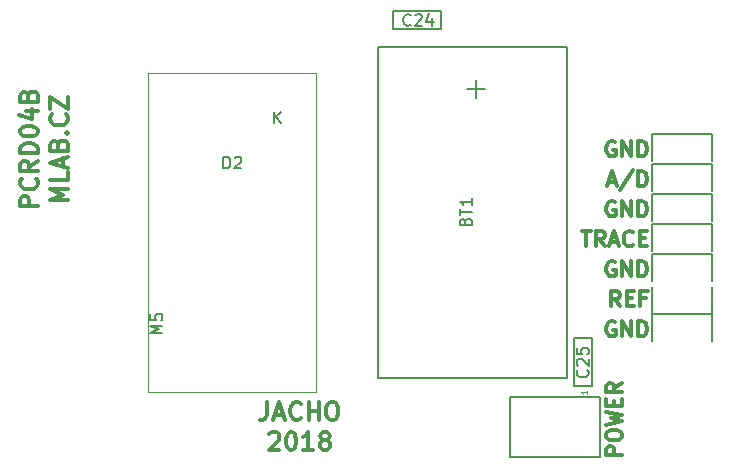
<source format=gbr>
%TF.GenerationSoftware,KiCad,Pcbnew,6.0.11+dfsg-1~bpo11+1*%
%TF.CreationDate,2023-05-25T08:41:55+00:00*%
%TF.ProjectId,PCRD04B,50435244-3034-4422-9e6b-696361645f70,REV*%
%TF.SameCoordinates,Original*%
%TF.FileFunction,Legend,Top*%
%TF.FilePolarity,Positive*%
%FSLAX46Y46*%
G04 Gerber Fmt 4.6, Leading zero omitted, Abs format (unit mm)*
G04 Created by KiCad (PCBNEW 6.0.11+dfsg-1~bpo11+1) date 2023-05-25 08:41:55*
%MOMM*%
%LPD*%
G01*
G04 APERTURE LIST*
%ADD10C,0.300000*%
%ADD11C,0.150000*%
%ADD12C,0.050000*%
%ADD13C,0.100000*%
G04 APERTURE END LIST*
D10*
X161524417Y-112499519D02*
X160224417Y-112499519D01*
X160224417Y-112004281D01*
X160286322Y-111880472D01*
X160348226Y-111818567D01*
X160472036Y-111756662D01*
X160657750Y-111756662D01*
X160781560Y-111818567D01*
X160843464Y-111880472D01*
X160905369Y-112004281D01*
X160905369Y-112499519D01*
X160224417Y-110951900D02*
X160224417Y-110704281D01*
X160286322Y-110580472D01*
X160410131Y-110456662D01*
X160657750Y-110394758D01*
X161091083Y-110394758D01*
X161338702Y-110456662D01*
X161462512Y-110580472D01*
X161524417Y-110704281D01*
X161524417Y-110951900D01*
X161462512Y-111075710D01*
X161338702Y-111199519D01*
X161091083Y-111261424D01*
X160657750Y-111261424D01*
X160410131Y-111199519D01*
X160286322Y-111075710D01*
X160224417Y-110951900D01*
X160224417Y-109961424D02*
X161524417Y-109651900D01*
X160595845Y-109404281D01*
X161524417Y-109156662D01*
X160224417Y-108847139D01*
X160843464Y-108351900D02*
X160843464Y-107918567D01*
X161524417Y-107732853D02*
X161524417Y-108351900D01*
X160224417Y-108351900D01*
X160224417Y-107732853D01*
X161524417Y-106432853D02*
X160905369Y-106866186D01*
X161524417Y-107175710D02*
X160224417Y-107175710D01*
X160224417Y-106680472D01*
X160286322Y-106556662D01*
X160348226Y-106494758D01*
X160472036Y-106432853D01*
X160657750Y-106432853D01*
X160781560Y-106494758D01*
X160843464Y-106556662D01*
X160905369Y-106680472D01*
X160905369Y-107175710D01*
X158159179Y-93545234D02*
X158902036Y-93545234D01*
X158530607Y-94845234D02*
X158530607Y-93545234D01*
X160078226Y-94845234D02*
X159644893Y-94226186D01*
X159335369Y-94845234D02*
X159335369Y-93545234D01*
X159830607Y-93545234D01*
X159954417Y-93607139D01*
X160016322Y-93669043D01*
X160078226Y-93792853D01*
X160078226Y-93978567D01*
X160016322Y-94102377D01*
X159954417Y-94164281D01*
X159830607Y-94226186D01*
X159335369Y-94226186D01*
X160573464Y-94473805D02*
X161192512Y-94473805D01*
X160449655Y-94845234D02*
X160882988Y-93545234D01*
X161316322Y-94845234D01*
X162492512Y-94721424D02*
X162430607Y-94783329D01*
X162244893Y-94845234D01*
X162121083Y-94845234D01*
X161935369Y-94783329D01*
X161811560Y-94659519D01*
X161749655Y-94535710D01*
X161687750Y-94288091D01*
X161687750Y-94102377D01*
X161749655Y-93854758D01*
X161811560Y-93730948D01*
X161935369Y-93607139D01*
X162121083Y-93545234D01*
X162244893Y-93545234D01*
X162430607Y-93607139D01*
X162492512Y-93669043D01*
X163049655Y-94164281D02*
X163482988Y-94164281D01*
X163668702Y-94845234D02*
X163049655Y-94845234D01*
X163049655Y-93545234D01*
X163668702Y-93545234D01*
X160944893Y-91067139D02*
X160821083Y-91005234D01*
X160635369Y-91005234D01*
X160449655Y-91067139D01*
X160325845Y-91190948D01*
X160263941Y-91314758D01*
X160202036Y-91562377D01*
X160202036Y-91748091D01*
X160263941Y-91995710D01*
X160325845Y-92119519D01*
X160449655Y-92243329D01*
X160635369Y-92305234D01*
X160759179Y-92305234D01*
X160944893Y-92243329D01*
X161006798Y-92181424D01*
X161006798Y-91748091D01*
X160759179Y-91748091D01*
X161563941Y-92305234D02*
X161563941Y-91005234D01*
X162306798Y-92305234D01*
X162306798Y-91005234D01*
X162925845Y-92305234D02*
X162925845Y-91005234D01*
X163235369Y-91005234D01*
X163421083Y-91067139D01*
X163544893Y-91190948D01*
X163606798Y-91314758D01*
X163668702Y-91562377D01*
X163668702Y-91748091D01*
X163606798Y-91995710D01*
X163544893Y-92119519D01*
X163421083Y-92243329D01*
X163235369Y-92305234D01*
X162925845Y-92305234D01*
X160944893Y-85987139D02*
X160821083Y-85925234D01*
X160635369Y-85925234D01*
X160449655Y-85987139D01*
X160325845Y-86110948D01*
X160263941Y-86234758D01*
X160202036Y-86482377D01*
X160202036Y-86668091D01*
X160263941Y-86915710D01*
X160325845Y-87039519D01*
X160449655Y-87163329D01*
X160635369Y-87225234D01*
X160759179Y-87225234D01*
X160944893Y-87163329D01*
X161006798Y-87101424D01*
X161006798Y-86668091D01*
X160759179Y-86668091D01*
X161563941Y-87225234D02*
X161563941Y-85925234D01*
X162306798Y-87225234D01*
X162306798Y-85925234D01*
X162925845Y-87225234D02*
X162925845Y-85925234D01*
X163235369Y-85925234D01*
X163421083Y-85987139D01*
X163544893Y-86110948D01*
X163606798Y-86234758D01*
X163668702Y-86482377D01*
X163668702Y-86668091D01*
X163606798Y-86915710D01*
X163544893Y-87039519D01*
X163421083Y-87163329D01*
X163235369Y-87225234D01*
X162925845Y-87225234D01*
X160944893Y-96147139D02*
X160821083Y-96085234D01*
X160635369Y-96085234D01*
X160449655Y-96147139D01*
X160325845Y-96270948D01*
X160263941Y-96394758D01*
X160202036Y-96642377D01*
X160202036Y-96828091D01*
X160263941Y-97075710D01*
X160325845Y-97199519D01*
X160449655Y-97323329D01*
X160635369Y-97385234D01*
X160759179Y-97385234D01*
X160944893Y-97323329D01*
X161006798Y-97261424D01*
X161006798Y-96828091D01*
X160759179Y-96828091D01*
X161563941Y-97385234D02*
X161563941Y-96085234D01*
X162306798Y-97385234D01*
X162306798Y-96085234D01*
X162925845Y-97385234D02*
X162925845Y-96085234D01*
X163235369Y-96085234D01*
X163421083Y-96147139D01*
X163544893Y-96270948D01*
X163606798Y-96394758D01*
X163668702Y-96642377D01*
X163668702Y-96828091D01*
X163606798Y-97075710D01*
X163544893Y-97199519D01*
X163421083Y-97323329D01*
X163235369Y-97385234D01*
X162925845Y-97385234D01*
X160944893Y-101227139D02*
X160821083Y-101165234D01*
X160635369Y-101165234D01*
X160449655Y-101227139D01*
X160325845Y-101350948D01*
X160263941Y-101474758D01*
X160202036Y-101722377D01*
X160202036Y-101908091D01*
X160263941Y-102155710D01*
X160325845Y-102279519D01*
X160449655Y-102403329D01*
X160635369Y-102465234D01*
X160759179Y-102465234D01*
X160944893Y-102403329D01*
X161006798Y-102341424D01*
X161006798Y-101908091D01*
X160759179Y-101908091D01*
X161563941Y-102465234D02*
X161563941Y-101165234D01*
X162306798Y-102465234D01*
X162306798Y-101165234D01*
X162925845Y-102465234D02*
X162925845Y-101165234D01*
X163235369Y-101165234D01*
X163421083Y-101227139D01*
X163544893Y-101350948D01*
X163606798Y-101474758D01*
X163668702Y-101722377D01*
X163668702Y-101908091D01*
X163606798Y-102155710D01*
X163544893Y-102279519D01*
X163421083Y-102403329D01*
X163235369Y-102465234D01*
X162925845Y-102465234D01*
X160387750Y-89393805D02*
X161006798Y-89393805D01*
X160263941Y-89765234D02*
X160697274Y-88465234D01*
X161130607Y-89765234D01*
X162492512Y-88403329D02*
X161378226Y-90074758D01*
X162925845Y-89765234D02*
X162925845Y-88465234D01*
X163235369Y-88465234D01*
X163421083Y-88527139D01*
X163544893Y-88650948D01*
X163606798Y-88774758D01*
X163668702Y-89022377D01*
X163668702Y-89208091D01*
X163606798Y-89455710D01*
X163544893Y-89579519D01*
X163421083Y-89703329D01*
X163235369Y-89765234D01*
X162925845Y-89765234D01*
X161378226Y-99925234D02*
X160944893Y-99306186D01*
X160635369Y-99925234D02*
X160635369Y-98625234D01*
X161130607Y-98625234D01*
X161254417Y-98687139D01*
X161316322Y-98749043D01*
X161378226Y-98872853D01*
X161378226Y-99058567D01*
X161316322Y-99182377D01*
X161254417Y-99244281D01*
X161130607Y-99306186D01*
X160635369Y-99306186D01*
X161935369Y-99244281D02*
X162368702Y-99244281D01*
X162554417Y-99925234D02*
X161935369Y-99925234D01*
X161935369Y-98625234D01*
X162554417Y-98625234D01*
X163544893Y-99244281D02*
X163111560Y-99244281D01*
X163111560Y-99925234D02*
X163111560Y-98625234D01*
X163730607Y-98625234D01*
X131516322Y-108040710D02*
X131516322Y-109112139D01*
X131444893Y-109326424D01*
X131302036Y-109469281D01*
X131087750Y-109540710D01*
X130944893Y-109540710D01*
X132159179Y-109112139D02*
X132873464Y-109112139D01*
X132016322Y-109540710D02*
X132516322Y-108040710D01*
X133016322Y-109540710D01*
X134373464Y-109397853D02*
X134302036Y-109469281D01*
X134087750Y-109540710D01*
X133944893Y-109540710D01*
X133730607Y-109469281D01*
X133587750Y-109326424D01*
X133516322Y-109183567D01*
X133444893Y-108897853D01*
X133444893Y-108683567D01*
X133516322Y-108397853D01*
X133587750Y-108254996D01*
X133730607Y-108112139D01*
X133944893Y-108040710D01*
X134087750Y-108040710D01*
X134302036Y-108112139D01*
X134373464Y-108183567D01*
X135016322Y-109540710D02*
X135016322Y-108040710D01*
X135016322Y-108754996D02*
X135873464Y-108754996D01*
X135873464Y-109540710D02*
X135873464Y-108040710D01*
X136873464Y-108040710D02*
X137159179Y-108040710D01*
X137302036Y-108112139D01*
X137444893Y-108254996D01*
X137516322Y-108540710D01*
X137516322Y-109040710D01*
X137444893Y-109326424D01*
X137302036Y-109469281D01*
X137159179Y-109540710D01*
X136873464Y-109540710D01*
X136730607Y-109469281D01*
X136587750Y-109326424D01*
X136516322Y-109040710D01*
X136516322Y-108540710D01*
X136587750Y-108254996D01*
X136730607Y-108112139D01*
X136873464Y-108040710D01*
X131694893Y-110723567D02*
X131766322Y-110652139D01*
X131909179Y-110580710D01*
X132266322Y-110580710D01*
X132409179Y-110652139D01*
X132480607Y-110723567D01*
X132552036Y-110866424D01*
X132552036Y-111009281D01*
X132480607Y-111223567D01*
X131623464Y-112080710D01*
X132552036Y-112080710D01*
X133480607Y-110580710D02*
X133623464Y-110580710D01*
X133766322Y-110652139D01*
X133837750Y-110723567D01*
X133909179Y-110866424D01*
X133980607Y-111152139D01*
X133980607Y-111509281D01*
X133909179Y-111794996D01*
X133837750Y-111937853D01*
X133766322Y-112009281D01*
X133623464Y-112080710D01*
X133480607Y-112080710D01*
X133337750Y-112009281D01*
X133266322Y-111937853D01*
X133194893Y-111794996D01*
X133123464Y-111509281D01*
X133123464Y-111152139D01*
X133194893Y-110866424D01*
X133266322Y-110723567D01*
X133337750Y-110652139D01*
X133480607Y-110580710D01*
X135409179Y-112080710D02*
X134552036Y-112080710D01*
X134980607Y-112080710D02*
X134980607Y-110580710D01*
X134837750Y-110794996D01*
X134694893Y-110937853D01*
X134552036Y-111009281D01*
X136266322Y-111223567D02*
X136123464Y-111152139D01*
X136052036Y-111080710D01*
X135980607Y-110937853D01*
X135980607Y-110866424D01*
X136052036Y-110723567D01*
X136123464Y-110652139D01*
X136266322Y-110580710D01*
X136552036Y-110580710D01*
X136694893Y-110652139D01*
X136766322Y-110723567D01*
X136837750Y-110866424D01*
X136837750Y-110937853D01*
X136766322Y-111080710D01*
X136694893Y-111152139D01*
X136552036Y-111223567D01*
X136266322Y-111223567D01*
X136123464Y-111294996D01*
X136052036Y-111366424D01*
X135980607Y-111509281D01*
X135980607Y-111794996D01*
X136052036Y-111937853D01*
X136123464Y-112009281D01*
X136266322Y-112080710D01*
X136552036Y-112080710D01*
X136694893Y-112009281D01*
X136766322Y-111937853D01*
X136837750Y-111794996D01*
X136837750Y-111509281D01*
X136766322Y-111366424D01*
X136694893Y-111294996D01*
X136552036Y-111223567D01*
X114624893Y-90958567D02*
X113124893Y-90958567D01*
X114196322Y-90458567D01*
X113124893Y-89958567D01*
X114624893Y-89958567D01*
X114624893Y-88529996D02*
X114624893Y-89244281D01*
X113124893Y-89244281D01*
X114196322Y-88101424D02*
X114196322Y-87387139D01*
X114624893Y-88244281D02*
X113124893Y-87744281D01*
X114624893Y-87244281D01*
X113839179Y-86244281D02*
X113910607Y-86029996D01*
X113982036Y-85958567D01*
X114124893Y-85887139D01*
X114339179Y-85887139D01*
X114482036Y-85958567D01*
X114553464Y-86029996D01*
X114624893Y-86172853D01*
X114624893Y-86744281D01*
X113124893Y-86744281D01*
X113124893Y-86244281D01*
X113196322Y-86101424D01*
X113267750Y-86029996D01*
X113410607Y-85958567D01*
X113553464Y-85958567D01*
X113696322Y-86029996D01*
X113767750Y-86101424D01*
X113839179Y-86244281D01*
X113839179Y-86744281D01*
X114482036Y-85244281D02*
X114553464Y-85172853D01*
X114624893Y-85244281D01*
X114553464Y-85315710D01*
X114482036Y-85244281D01*
X114624893Y-85244281D01*
X114482036Y-83672853D02*
X114553464Y-83744281D01*
X114624893Y-83958567D01*
X114624893Y-84101424D01*
X114553464Y-84315710D01*
X114410607Y-84458567D01*
X114267750Y-84529996D01*
X113982036Y-84601424D01*
X113767750Y-84601424D01*
X113482036Y-84529996D01*
X113339179Y-84458567D01*
X113196322Y-84315710D01*
X113124893Y-84101424D01*
X113124893Y-83958567D01*
X113196322Y-83744281D01*
X113267750Y-83672853D01*
X113124893Y-83172853D02*
X113124893Y-82172853D01*
X114624893Y-83172853D01*
X114624893Y-82172853D01*
X112084893Y-91458567D02*
X110584893Y-91458567D01*
X110584893Y-90887139D01*
X110656322Y-90744281D01*
X110727750Y-90672853D01*
X110870607Y-90601424D01*
X111084893Y-90601424D01*
X111227750Y-90672853D01*
X111299179Y-90744281D01*
X111370607Y-90887139D01*
X111370607Y-91458567D01*
X111942036Y-89101424D02*
X112013464Y-89172853D01*
X112084893Y-89387139D01*
X112084893Y-89529996D01*
X112013464Y-89744281D01*
X111870607Y-89887139D01*
X111727750Y-89958567D01*
X111442036Y-90029996D01*
X111227750Y-90029996D01*
X110942036Y-89958567D01*
X110799179Y-89887139D01*
X110656322Y-89744281D01*
X110584893Y-89529996D01*
X110584893Y-89387139D01*
X110656322Y-89172853D01*
X110727750Y-89101424D01*
X112084893Y-87601424D02*
X111370607Y-88101424D01*
X112084893Y-88458567D02*
X110584893Y-88458567D01*
X110584893Y-87887139D01*
X110656322Y-87744281D01*
X110727750Y-87672853D01*
X110870607Y-87601424D01*
X111084893Y-87601424D01*
X111227750Y-87672853D01*
X111299179Y-87744281D01*
X111370607Y-87887139D01*
X111370607Y-88458567D01*
X112084893Y-86958567D02*
X110584893Y-86958567D01*
X110584893Y-86601424D01*
X110656322Y-86387139D01*
X110799179Y-86244281D01*
X110942036Y-86172853D01*
X111227750Y-86101424D01*
X111442036Y-86101424D01*
X111727750Y-86172853D01*
X111870607Y-86244281D01*
X112013464Y-86387139D01*
X112084893Y-86601424D01*
X112084893Y-86958567D01*
X110584893Y-85172853D02*
X110584893Y-85029996D01*
X110656322Y-84887139D01*
X110727750Y-84815710D01*
X110870607Y-84744281D01*
X111156322Y-84672853D01*
X111513464Y-84672853D01*
X111799179Y-84744281D01*
X111942036Y-84815710D01*
X112013464Y-84887139D01*
X112084893Y-85029996D01*
X112084893Y-85172853D01*
X112013464Y-85315710D01*
X111942036Y-85387139D01*
X111799179Y-85458567D01*
X111513464Y-85529996D01*
X111156322Y-85529996D01*
X110870607Y-85458567D01*
X110727750Y-85387139D01*
X110656322Y-85315710D01*
X110584893Y-85172853D01*
X111084893Y-83387139D02*
X112084893Y-83387139D01*
X110513464Y-83744281D02*
X111584893Y-84101424D01*
X111584893Y-83172853D01*
X111299179Y-82101424D02*
X111370607Y-81887139D01*
X111442036Y-81815710D01*
X111584893Y-81744281D01*
X111799179Y-81744281D01*
X111942036Y-81815710D01*
X112013464Y-81887139D01*
X112084893Y-82029996D01*
X112084893Y-82601424D01*
X110584893Y-82601424D01*
X110584893Y-82101424D01*
X110656322Y-81958567D01*
X110727750Y-81887139D01*
X110870607Y-81815710D01*
X111013464Y-81815710D01*
X111156322Y-81887139D01*
X111227750Y-81958567D01*
X111299179Y-82101424D01*
X111299179Y-82601424D01*
D11*
%TO.C,BT1*%
X148299893Y-92742853D02*
X148347512Y-92599996D01*
X148395131Y-92552377D01*
X148490369Y-92504758D01*
X148633226Y-92504758D01*
X148728464Y-92552377D01*
X148776083Y-92599996D01*
X148823702Y-92695234D01*
X148823702Y-93076186D01*
X147823702Y-93076186D01*
X147823702Y-92742853D01*
X147871322Y-92647615D01*
X147918941Y-92599996D01*
X148014179Y-92552377D01*
X148109417Y-92552377D01*
X148204655Y-92599996D01*
X148252274Y-92647615D01*
X148299893Y-92742853D01*
X148299893Y-93076186D01*
X147823702Y-92219043D02*
X147823702Y-91647615D01*
X148823702Y-91933329D02*
X147823702Y-91933329D01*
X148823702Y-90790472D02*
X148823702Y-91361900D01*
X148823702Y-91076186D02*
X147823702Y-91076186D01*
X147966560Y-91171424D01*
X148061798Y-91266662D01*
X148109417Y-91361900D01*
X149166579Y-82279643D02*
X149166579Y-80755834D01*
X149928483Y-81517739D02*
X148404674Y-81517739D01*
D12*
%TO.C,J1*%
X158622512Y-107068281D02*
X158622512Y-107353996D01*
X158622512Y-107211139D02*
X158122512Y-107211139D01*
X158193941Y-107258758D01*
X158241560Y-107306377D01*
X158265369Y-107353996D01*
D11*
%TO.C,C24*%
X143656464Y-76072281D02*
X143608845Y-76119900D01*
X143465988Y-76167519D01*
X143370750Y-76167519D01*
X143227893Y-76119900D01*
X143132655Y-76024662D01*
X143085036Y-75929424D01*
X143037417Y-75738948D01*
X143037417Y-75596091D01*
X143085036Y-75405615D01*
X143132655Y-75310377D01*
X143227893Y-75215139D01*
X143370750Y-75167519D01*
X143465988Y-75167519D01*
X143608845Y-75215139D01*
X143656464Y-75262758D01*
X144037417Y-75262758D02*
X144085036Y-75215139D01*
X144180274Y-75167519D01*
X144418369Y-75167519D01*
X144513607Y-75215139D01*
X144561226Y-75262758D01*
X144608845Y-75357996D01*
X144608845Y-75453234D01*
X144561226Y-75596091D01*
X143989798Y-76167519D01*
X144608845Y-76167519D01*
X145465988Y-75500853D02*
X145465988Y-76167519D01*
X145227893Y-75119900D02*
X144989798Y-75834186D01*
X145608845Y-75834186D01*
%TO.C,C25*%
X158626464Y-105313996D02*
X158674083Y-105361615D01*
X158721702Y-105504472D01*
X158721702Y-105599710D01*
X158674083Y-105742567D01*
X158578845Y-105837805D01*
X158483607Y-105885424D01*
X158293131Y-105933043D01*
X158150274Y-105933043D01*
X157959798Y-105885424D01*
X157864560Y-105837805D01*
X157769322Y-105742567D01*
X157721702Y-105599710D01*
X157721702Y-105504472D01*
X157769322Y-105361615D01*
X157816941Y-105313996D01*
X157816941Y-104933043D02*
X157769322Y-104885424D01*
X157721702Y-104790186D01*
X157721702Y-104552091D01*
X157769322Y-104456853D01*
X157816941Y-104409234D01*
X157912179Y-104361615D01*
X158007417Y-104361615D01*
X158150274Y-104409234D01*
X158721702Y-104980662D01*
X158721702Y-104361615D01*
X157721702Y-103456853D02*
X157721702Y-103933043D01*
X158197893Y-103980662D01*
X158150274Y-103933043D01*
X158102655Y-103837805D01*
X158102655Y-103599710D01*
X158150274Y-103504472D01*
X158197893Y-103456853D01*
X158293131Y-103409234D01*
X158531226Y-103409234D01*
X158626464Y-103456853D01*
X158674083Y-103504472D01*
X158721702Y-103599710D01*
X158721702Y-103837805D01*
X158674083Y-103933043D01*
X158626464Y-103980662D01*
%TO.C,M5*%
X122628702Y-102216662D02*
X121628702Y-102216662D01*
X122342988Y-101883329D01*
X121628702Y-101549996D01*
X122628702Y-101549996D01*
X121628702Y-100597615D02*
X121628702Y-101073805D01*
X122104893Y-101121424D01*
X122057274Y-101073805D01*
X122009655Y-100978567D01*
X122009655Y-100740472D01*
X122057274Y-100645234D01*
X122104893Y-100597615D01*
X122200131Y-100549996D01*
X122438226Y-100549996D01*
X122533464Y-100597615D01*
X122581083Y-100645234D01*
X122628702Y-100740472D01*
X122628702Y-100978567D01*
X122581083Y-101073805D01*
X122533464Y-101121424D01*
%TO.C,D2*%
X127813226Y-88239519D02*
X127813226Y-87239519D01*
X128051322Y-87239519D01*
X128194179Y-87287139D01*
X128289417Y-87382377D01*
X128337036Y-87477615D01*
X128384655Y-87668091D01*
X128384655Y-87810948D01*
X128337036Y-88001424D01*
X128289417Y-88096662D01*
X128194179Y-88191900D01*
X128051322Y-88239519D01*
X127813226Y-88239519D01*
X128765607Y-87334758D02*
X128813226Y-87287139D01*
X128908464Y-87239519D01*
X129146560Y-87239519D01*
X129241798Y-87287139D01*
X129289417Y-87334758D01*
X129337036Y-87429996D01*
X129337036Y-87525234D01*
X129289417Y-87668091D01*
X128717988Y-88239519D01*
X129337036Y-88239519D01*
X132099417Y-84429519D02*
X132099417Y-83429519D01*
X132670845Y-84429519D02*
X132242274Y-83858091D01*
X132670845Y-83429519D02*
X132099417Y-84000948D01*
%TO.C,BT1*%
X140871322Y-77957139D02*
X156871322Y-77957139D01*
X156871322Y-77957139D02*
X156871322Y-105957139D01*
X156871322Y-105957139D02*
X140871322Y-105957139D01*
X140871322Y-105957139D02*
X140871322Y-77957139D01*
%TO.C,J1*%
X159666322Y-107592139D02*
X159666322Y-112672139D01*
X159666322Y-112672139D02*
X152046322Y-112672139D01*
X152046322Y-107592139D02*
X159666322Y-107592139D01*
X152046322Y-112672139D02*
X152046322Y-107592139D01*
%TO.C,J2*%
X164111322Y-92733139D02*
X164111322Y-90447139D01*
X169191322Y-90447139D02*
X169191322Y-92733139D01*
X164111322Y-90447139D02*
X169191322Y-90447139D01*
%TO.C,J3*%
X164111322Y-92987139D02*
X169191322Y-92987139D01*
X164111322Y-95273139D02*
X164111322Y-92987139D01*
X169191322Y-92987139D02*
X169191322Y-95273139D01*
%TO.C,J4*%
X169191322Y-95527139D02*
X169191322Y-97813139D01*
X164111322Y-97813139D02*
X164111322Y-95527139D01*
X164111322Y-95527139D02*
X169191322Y-95527139D01*
%TO.C,J5*%
X164111322Y-85367139D02*
X169191322Y-85367139D01*
X164111322Y-87653139D02*
X164111322Y-85367139D01*
X169191322Y-85367139D02*
X169191322Y-87653139D01*
%TO.C,J6*%
X169191322Y-87907139D02*
X169191322Y-90193139D01*
X164111322Y-90193139D02*
X164111322Y-87907139D01*
X164111322Y-87907139D02*
X169191322Y-87907139D01*
%TO.C,J7*%
X164111322Y-100607139D02*
X169191322Y-100607139D01*
X164111322Y-102893139D02*
X164111322Y-100607139D01*
X169191322Y-100607139D02*
X169191322Y-102893139D01*
%TO.C,C24*%
X142187322Y-76477139D02*
X142187322Y-74953139D01*
X142187322Y-74953139D02*
X146251322Y-74953139D01*
X146251322Y-76477139D02*
X142187322Y-76477139D01*
X146251322Y-76477139D02*
X146251322Y-76350139D01*
X146251322Y-74953139D02*
X146251322Y-76477139D01*
%TO.C,C25*%
X157507322Y-106703139D02*
X157634322Y-106703139D01*
X159031322Y-102639139D02*
X159031322Y-106703139D01*
X157507322Y-106703139D02*
X157507322Y-102639139D01*
X157507322Y-102639139D02*
X159031322Y-102639139D01*
X159031322Y-106703139D02*
X157507322Y-106703139D01*
%TO.C,J11*%
X164111322Y-100607139D02*
X164111322Y-98321139D01*
X169191322Y-100607139D02*
X164111322Y-100607139D01*
X169191322Y-98321139D02*
X169191322Y-100607139D01*
D13*
%TO.C,D2*%
X135651322Y-80167139D02*
X121451322Y-80167139D01*
X121451322Y-107167139D02*
X121451322Y-80167139D01*
X135651322Y-107167139D02*
X135651322Y-80167139D01*
X135651322Y-107167139D02*
X121451322Y-107167139D01*
%TD*%
M02*

</source>
